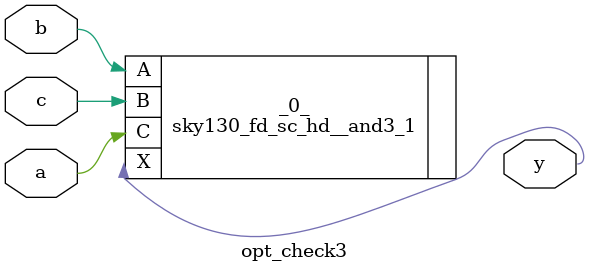
<source format=v>
/* Generated by Yosys 0.47+121 (git sha1 98b4affc4, g++ 13.2.0-23ubuntu4 -fPIC -O3) */

module opt_check3(a, b, c, y);
  input a;
  wire a;
  input b;
  wire b;
  input c;
  wire c;
  output y;
  wire y;
  sky130_fd_sc_hd__and3_1 _0_ (
    .A(b),
    .B(c),
    .C(a),
    .X(y)
  );
endmodule

</source>
